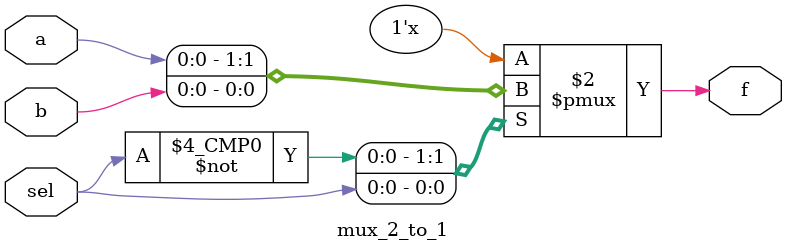
<source format=v>
`timescale 1ns / 1ps


module mux_2_to_1(
input a, b, sel,
output reg f
);

always @(*)
begin
  case(sel)
    1'b0: f = a;
    1'b1: f = b;
  endcase  
end
endmodule

</source>
